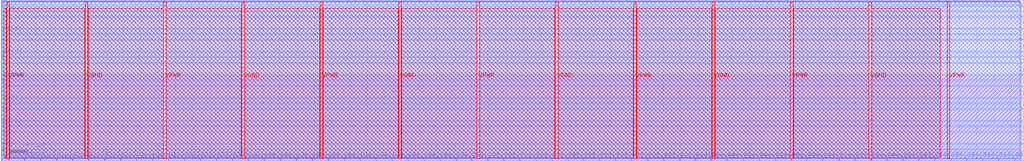
<source format=lef>
VERSION 5.7 ;
  NOWIREEXTENSIONATPIN ON ;
  DIVIDERCHAR "/" ;
  BUSBITCHARS "[]" ;
MACRO RAM32_1RW1R
  CLASS BLOCK ;
  FOREIGN RAM32_1RW1R ;
  ORIGIN 0.000 0.000 ;
  SIZE 1173.460 BY 185.440 ;
  PIN A0[0]
    DIRECTION INPUT ;
    USE SIGNAL ;
    PORT
      LAYER met3 ;
        RECT 1171.460 125.160 1173.460 125.760 ;
    END
  END A0[0]
  PIN A0[1]
    DIRECTION INPUT ;
    USE SIGNAL ;
    PORT
      LAYER met3 ;
        RECT 1171.460 138.760 1173.460 139.360 ;
    END
  END A0[1]
  PIN A0[2]
    DIRECTION INPUT ;
    USE SIGNAL ;
    PORT
      LAYER met3 ;
        RECT 1171.460 151.680 1173.460 152.280 ;
    END
  END A0[2]
  PIN A0[3]
    DIRECTION INPUT ;
    USE SIGNAL ;
    PORT
      LAYER met3 ;
        RECT 1171.460 165.280 1173.460 165.880 ;
    END
  END A0[3]
  PIN A0[4]
    DIRECTION INPUT ;
    USE SIGNAL ;
    PORT
      LAYER met3 ;
        RECT 1171.460 178.200 1173.460 178.800 ;
    END
  END A0[4]
  PIN A1[0]
    DIRECTION INPUT ;
    USE SIGNAL ;
    PORT
      LAYER met3 ;
        RECT 0.000 39.480 2.000 40.080 ;
    END
  END A1[0]
  PIN A1[1]
    DIRECTION INPUT ;
    USE SIGNAL ;
    PORT
      LAYER met3 ;
        RECT 0.000 66.000 2.000 66.600 ;
    END
  END A1[1]
  PIN A1[2]
    DIRECTION INPUT ;
    USE SIGNAL ;
    PORT
      LAYER met3 ;
        RECT 0.000 92.520 2.000 93.120 ;
    END
  END A1[2]
  PIN A1[3]
    DIRECTION INPUT ;
    USE SIGNAL ;
    PORT
      LAYER met3 ;
        RECT 0.000 119.040 2.000 119.640 ;
    END
  END A1[3]
  PIN A1[4]
    DIRECTION INPUT ;
    USE SIGNAL ;
    PORT
      LAYER met3 ;
        RECT 0.000 145.560 2.000 146.160 ;
    END
  END A1[4]
  PIN CLK
    DIRECTION INPUT ;
    USE SIGNAL ;
    PORT
      LAYER met3 ;
        RECT 0.000 12.960 2.000 13.560 ;
    END
  END CLK
  PIN Di0[0]
    DIRECTION INPUT ;
    USE SIGNAL ;
    PORT
      LAYER met2 ;
        RECT 8.830 0.000 9.110 2.000 ;
    END
  END Di0[0]
  PIN Di0[10]
    DIRECTION INPUT ;
    USE SIGNAL ;
    PORT
      LAYER met2 ;
        RECT 191.910 0.000 192.190 2.000 ;
    END
  END Di0[10]
  PIN Di0[11]
    DIRECTION INPUT ;
    USE SIGNAL ;
    PORT
      LAYER met2 ;
        RECT 210.310 0.000 210.590 2.000 ;
    END
  END Di0[11]
  PIN Di0[12]
    DIRECTION INPUT ;
    USE SIGNAL ;
    PORT
      LAYER met2 ;
        RECT 228.710 0.000 228.990 2.000 ;
    END
  END Di0[12]
  PIN Di0[13]
    DIRECTION INPUT ;
    USE SIGNAL ;
    PORT
      LAYER met2 ;
        RECT 247.110 0.000 247.390 2.000 ;
    END
  END Di0[13]
  PIN Di0[14]
    DIRECTION INPUT ;
    USE SIGNAL ;
    PORT
      LAYER met2 ;
        RECT 265.510 0.000 265.790 2.000 ;
    END
  END Di0[14]
  PIN Di0[15]
    DIRECTION INPUT ;
    USE SIGNAL ;
    PORT
      LAYER met2 ;
        RECT 283.450 0.000 283.730 2.000 ;
    END
  END Di0[15]
  PIN Di0[16]
    DIRECTION INPUT ;
    USE SIGNAL ;
    PORT
      LAYER met2 ;
        RECT 301.850 0.000 302.130 2.000 ;
    END
  END Di0[16]
  PIN Di0[17]
    DIRECTION INPUT ;
    USE SIGNAL ;
    PORT
      LAYER met2 ;
        RECT 320.250 0.000 320.530 2.000 ;
    END
  END Di0[17]
  PIN Di0[18]
    DIRECTION INPUT ;
    USE SIGNAL ;
    PORT
      LAYER met2 ;
        RECT 338.650 0.000 338.930 2.000 ;
    END
  END Di0[18]
  PIN Di0[19]
    DIRECTION INPUT ;
    USE SIGNAL ;
    PORT
      LAYER met2 ;
        RECT 357.050 0.000 357.330 2.000 ;
    END
  END Di0[19]
  PIN Di0[1]
    DIRECTION INPUT ;
    USE SIGNAL ;
    PORT
      LAYER met2 ;
        RECT 26.770 0.000 27.050 2.000 ;
    END
  END Di0[1]
  PIN Di0[20]
    DIRECTION INPUT ;
    USE SIGNAL ;
    PORT
      LAYER met2 ;
        RECT 375.450 0.000 375.730 2.000 ;
    END
  END Di0[20]
  PIN Di0[21]
    DIRECTION INPUT ;
    USE SIGNAL ;
    PORT
      LAYER met2 ;
        RECT 393.850 0.000 394.130 2.000 ;
    END
  END Di0[21]
  PIN Di0[22]
    DIRECTION INPUT ;
    USE SIGNAL ;
    PORT
      LAYER met2 ;
        RECT 411.790 0.000 412.070 2.000 ;
    END
  END Di0[22]
  PIN Di0[23]
    DIRECTION INPUT ;
    USE SIGNAL ;
    PORT
      LAYER met2 ;
        RECT 430.190 0.000 430.470 2.000 ;
    END
  END Di0[23]
  PIN Di0[24]
    DIRECTION INPUT ;
    USE SIGNAL ;
    PORT
      LAYER met2 ;
        RECT 448.590 0.000 448.870 2.000 ;
    END
  END Di0[24]
  PIN Di0[25]
    DIRECTION INPUT ;
    USE SIGNAL ;
    PORT
      LAYER met2 ;
        RECT 466.990 0.000 467.270 2.000 ;
    END
  END Di0[25]
  PIN Di0[26]
    DIRECTION INPUT ;
    USE SIGNAL ;
    PORT
      LAYER met2 ;
        RECT 485.390 0.000 485.670 2.000 ;
    END
  END Di0[26]
  PIN Di0[27]
    DIRECTION INPUT ;
    USE SIGNAL ;
    PORT
      LAYER met2 ;
        RECT 503.790 0.000 504.070 2.000 ;
    END
  END Di0[27]
  PIN Di0[28]
    DIRECTION INPUT ;
    USE SIGNAL ;
    PORT
      LAYER met2 ;
        RECT 522.190 0.000 522.470 2.000 ;
    END
  END Di0[28]
  PIN Di0[29]
    DIRECTION INPUT ;
    USE SIGNAL ;
    PORT
      LAYER met2 ;
        RECT 540.130 0.000 540.410 2.000 ;
    END
  END Di0[29]
  PIN Di0[2]
    DIRECTION INPUT ;
    USE SIGNAL ;
    PORT
      LAYER met2 ;
        RECT 45.170 0.000 45.450 2.000 ;
    END
  END Di0[2]
  PIN Di0[30]
    DIRECTION INPUT ;
    USE SIGNAL ;
    PORT
      LAYER met2 ;
        RECT 558.530 0.000 558.810 2.000 ;
    END
  END Di0[30]
  PIN Di0[31]
    DIRECTION INPUT ;
    USE SIGNAL ;
    PORT
      LAYER met2 ;
        RECT 576.930 0.000 577.210 2.000 ;
    END
  END Di0[31]
  PIN Di0[32]
    DIRECTION INPUT ;
    USE SIGNAL ;
    PORT
      LAYER met2 ;
        RECT 595.330 0.000 595.610 2.000 ;
    END
  END Di0[32]
  PIN Di0[33]
    DIRECTION INPUT ;
    USE SIGNAL ;
    PORT
      LAYER met2 ;
        RECT 613.730 0.000 614.010 2.000 ;
    END
  END Di0[33]
  PIN Di0[34]
    DIRECTION INPUT ;
    USE SIGNAL ;
    PORT
      LAYER met2 ;
        RECT 632.130 0.000 632.410 2.000 ;
    END
  END Di0[34]
  PIN Di0[35]
    DIRECTION INPUT ;
    USE SIGNAL ;
    PORT
      LAYER met2 ;
        RECT 650.530 0.000 650.810 2.000 ;
    END
  END Di0[35]
  PIN Di0[36]
    DIRECTION INPUT ;
    USE SIGNAL ;
    PORT
      LAYER met2 ;
        RECT 668.470 0.000 668.750 2.000 ;
    END
  END Di0[36]
  PIN Di0[37]
    DIRECTION INPUT ;
    USE SIGNAL ;
    PORT
      LAYER met2 ;
        RECT 686.870 0.000 687.150 2.000 ;
    END
  END Di0[37]
  PIN Di0[38]
    DIRECTION INPUT ;
    USE SIGNAL ;
    PORT
      LAYER met2 ;
        RECT 705.270 0.000 705.550 2.000 ;
    END
  END Di0[38]
  PIN Di0[39]
    DIRECTION INPUT ;
    USE SIGNAL ;
    PORT
      LAYER met2 ;
        RECT 723.670 0.000 723.950 2.000 ;
    END
  END Di0[39]
  PIN Di0[3]
    DIRECTION INPUT ;
    USE SIGNAL ;
    PORT
      LAYER met2 ;
        RECT 63.570 0.000 63.850 2.000 ;
    END
  END Di0[3]
  PIN Di0[40]
    DIRECTION INPUT ;
    USE SIGNAL ;
    PORT
      LAYER met2 ;
        RECT 742.070 0.000 742.350 2.000 ;
    END
  END Di0[40]
  PIN Di0[41]
    DIRECTION INPUT ;
    USE SIGNAL ;
    PORT
      LAYER met2 ;
        RECT 760.470 0.000 760.750 2.000 ;
    END
  END Di0[41]
  PIN Di0[42]
    DIRECTION INPUT ;
    USE SIGNAL ;
    PORT
      LAYER met2 ;
        RECT 778.870 0.000 779.150 2.000 ;
    END
  END Di0[42]
  PIN Di0[43]
    DIRECTION INPUT ;
    USE SIGNAL ;
    PORT
      LAYER met2 ;
        RECT 796.810 0.000 797.090 2.000 ;
    END
  END Di0[43]
  PIN Di0[44]
    DIRECTION INPUT ;
    USE SIGNAL ;
    PORT
      LAYER met2 ;
        RECT 815.210 0.000 815.490 2.000 ;
    END
  END Di0[44]
  PIN Di0[45]
    DIRECTION INPUT ;
    USE SIGNAL ;
    PORT
      LAYER met2 ;
        RECT 833.610 0.000 833.890 2.000 ;
    END
  END Di0[45]
  PIN Di0[46]
    DIRECTION INPUT ;
    USE SIGNAL ;
    PORT
      LAYER met2 ;
        RECT 852.010 0.000 852.290 2.000 ;
    END
  END Di0[46]
  PIN Di0[47]
    DIRECTION INPUT ;
    USE SIGNAL ;
    PORT
      LAYER met2 ;
        RECT 870.410 0.000 870.690 2.000 ;
    END
  END Di0[47]
  PIN Di0[48]
    DIRECTION INPUT ;
    USE SIGNAL ;
    PORT
      LAYER met2 ;
        RECT 888.810 0.000 889.090 2.000 ;
    END
  END Di0[48]
  PIN Di0[49]
    DIRECTION INPUT ;
    USE SIGNAL ;
    PORT
      LAYER met2 ;
        RECT 907.210 0.000 907.490 2.000 ;
    END
  END Di0[49]
  PIN Di0[4]
    DIRECTION INPUT ;
    USE SIGNAL ;
    PORT
      LAYER met2 ;
        RECT 81.970 0.000 82.250 2.000 ;
    END
  END Di0[4]
  PIN Di0[50]
    DIRECTION INPUT ;
    USE SIGNAL ;
    PORT
      LAYER met2 ;
        RECT 925.150 0.000 925.430 2.000 ;
    END
  END Di0[50]
  PIN Di0[51]
    DIRECTION INPUT ;
    USE SIGNAL ;
    PORT
      LAYER met2 ;
        RECT 943.550 0.000 943.830 2.000 ;
    END
  END Di0[51]
  PIN Di0[52]
    DIRECTION INPUT ;
    USE SIGNAL ;
    PORT
      LAYER met2 ;
        RECT 961.950 0.000 962.230 2.000 ;
    END
  END Di0[52]
  PIN Di0[53]
    DIRECTION INPUT ;
    USE SIGNAL ;
    PORT
      LAYER met2 ;
        RECT 980.350 0.000 980.630 2.000 ;
    END
  END Di0[53]
  PIN Di0[54]
    DIRECTION INPUT ;
    USE SIGNAL ;
    PORT
      LAYER met2 ;
        RECT 998.750 0.000 999.030 2.000 ;
    END
  END Di0[54]
  PIN Di0[55]
    DIRECTION INPUT ;
    USE SIGNAL ;
    PORT
      LAYER met2 ;
        RECT 1017.150 0.000 1017.430 2.000 ;
    END
  END Di0[55]
  PIN Di0[56]
    DIRECTION INPUT ;
    USE SIGNAL ;
    PORT
      LAYER met2 ;
        RECT 1035.550 0.000 1035.830 2.000 ;
    END
  END Di0[56]
  PIN Di0[57]
    DIRECTION INPUT ;
    USE SIGNAL ;
    PORT
      LAYER met2 ;
        RECT 1053.490 0.000 1053.770 2.000 ;
    END
  END Di0[57]
  PIN Di0[58]
    DIRECTION INPUT ;
    USE SIGNAL ;
    PORT
      LAYER met2 ;
        RECT 1071.890 0.000 1072.170 2.000 ;
    END
  END Di0[58]
  PIN Di0[59]
    DIRECTION INPUT ;
    USE SIGNAL ;
    PORT
      LAYER met2 ;
        RECT 1090.290 0.000 1090.570 2.000 ;
    END
  END Di0[59]
  PIN Di0[5]
    DIRECTION INPUT ;
    USE SIGNAL ;
    PORT
      LAYER met2 ;
        RECT 100.370 0.000 100.650 2.000 ;
    END
  END Di0[5]
  PIN Di0[60]
    DIRECTION INPUT ;
    USE SIGNAL ;
    PORT
      LAYER met2 ;
        RECT 1108.690 0.000 1108.970 2.000 ;
    END
  END Di0[60]
  PIN Di0[61]
    DIRECTION INPUT ;
    USE SIGNAL ;
    PORT
      LAYER met2 ;
        RECT 1127.090 0.000 1127.370 2.000 ;
    END
  END Di0[61]
  PIN Di0[62]
    DIRECTION INPUT ;
    USE SIGNAL ;
    PORT
      LAYER met2 ;
        RECT 1145.490 0.000 1145.770 2.000 ;
    END
  END Di0[62]
  PIN Di0[63]
    DIRECTION INPUT ;
    USE SIGNAL ;
    PORT
      LAYER met2 ;
        RECT 1163.890 0.000 1164.170 2.000 ;
    END
  END Di0[63]
  PIN Di0[6]
    DIRECTION INPUT ;
    USE SIGNAL ;
    PORT
      LAYER met2 ;
        RECT 118.770 0.000 119.050 2.000 ;
    END
  END Di0[6]
  PIN Di0[7]
    DIRECTION INPUT ;
    USE SIGNAL ;
    PORT
      LAYER met2 ;
        RECT 137.170 0.000 137.450 2.000 ;
    END
  END Di0[7]
  PIN Di0[8]
    DIRECTION INPUT ;
    USE SIGNAL ;
    PORT
      LAYER met2 ;
        RECT 155.110 0.000 155.390 2.000 ;
    END
  END Di0[8]
  PIN Di0[9]
    DIRECTION INPUT ;
    USE SIGNAL ;
    PORT
      LAYER met2 ;
        RECT 173.510 0.000 173.790 2.000 ;
    END
  END Di0[9]
  PIN Do0[0]
    DIRECTION OUTPUT TRISTATE ;
    USE SIGNAL ;
    PORT
      LAYER met2 ;
        RECT 4.230 183.440 4.510 185.440 ;
    END
  END Do0[0]
  PIN Do0[10]
    DIRECTION OUTPUT TRISTATE ;
    USE SIGNAL ;
    PORT
      LAYER met2 ;
        RECT 95.770 183.440 96.050 185.440 ;
    END
  END Do0[10]
  PIN Do0[11]
    DIRECTION OUTPUT TRISTATE ;
    USE SIGNAL ;
    PORT
      LAYER met2 ;
        RECT 114.170 183.440 114.450 185.440 ;
    END
  END Do0[11]
  PIN Do0[12]
    DIRECTION OUTPUT TRISTATE ;
    USE SIGNAL ;
    PORT
      LAYER met2 ;
        RECT 132.570 183.440 132.850 185.440 ;
    END
  END Do0[12]
  PIN Do0[13]
    DIRECTION OUTPUT TRISTATE ;
    USE SIGNAL ;
    PORT
      LAYER met2 ;
        RECT 150.510 183.440 150.790 185.440 ;
    END
  END Do0[13]
  PIN Do0[14]
    DIRECTION OUTPUT TRISTATE ;
    USE SIGNAL ;
    PORT
      LAYER met2 ;
        RECT 168.910 183.440 169.190 185.440 ;
    END
  END Do0[14]
  PIN Do0[15]
    DIRECTION OUTPUT TRISTATE ;
    USE SIGNAL ;
    PORT
      LAYER met2 ;
        RECT 187.310 183.440 187.590 185.440 ;
    END
  END Do0[15]
  PIN Do0[16]
    DIRECTION OUTPUT TRISTATE ;
    USE SIGNAL ;
    PORT
      LAYER met2 ;
        RECT 205.710 183.440 205.990 185.440 ;
    END
  END Do0[16]
  PIN Do0[17]
    DIRECTION OUTPUT TRISTATE ;
    USE SIGNAL ;
    PORT
      LAYER met2 ;
        RECT 224.110 183.440 224.390 185.440 ;
    END
  END Do0[17]
  PIN Do0[18]
    DIRECTION OUTPUT TRISTATE ;
    USE SIGNAL ;
    PORT
      LAYER met2 ;
        RECT 242.510 183.440 242.790 185.440 ;
    END
  END Do0[18]
  PIN Do0[19]
    DIRECTION OUTPUT TRISTATE ;
    USE SIGNAL ;
    PORT
      LAYER met2 ;
        RECT 260.910 183.440 261.190 185.440 ;
    END
  END Do0[19]
  PIN Do0[1]
    DIRECTION OUTPUT TRISTATE ;
    USE SIGNAL ;
    PORT
      LAYER met2 ;
        RECT 12.970 183.440 13.250 185.440 ;
    END
  END Do0[1]
  PIN Do0[20]
    DIRECTION OUTPUT TRISTATE ;
    USE SIGNAL ;
    PORT
      LAYER met2 ;
        RECT 278.850 183.440 279.130 185.440 ;
    END
  END Do0[20]
  PIN Do0[21]
    DIRECTION OUTPUT TRISTATE ;
    USE SIGNAL ;
    PORT
      LAYER met2 ;
        RECT 288.050 183.440 288.330 185.440 ;
    END
  END Do0[21]
  PIN Do0[22]
    DIRECTION OUTPUT TRISTATE ;
    USE SIGNAL ;
    PORT
      LAYER met2 ;
        RECT 297.250 183.440 297.530 185.440 ;
    END
  END Do0[22]
  PIN Do0[23]
    DIRECTION OUTPUT TRISTATE ;
    USE SIGNAL ;
    PORT
      LAYER met2 ;
        RECT 306.450 183.440 306.730 185.440 ;
    END
  END Do0[23]
  PIN Do0[24]
    DIRECTION OUTPUT TRISTATE ;
    USE SIGNAL ;
    PORT
      LAYER met2 ;
        RECT 315.650 183.440 315.930 185.440 ;
    END
  END Do0[24]
  PIN Do0[25]
    DIRECTION OUTPUT TRISTATE ;
    USE SIGNAL ;
    PORT
      LAYER met2 ;
        RECT 324.850 183.440 325.130 185.440 ;
    END
  END Do0[25]
  PIN Do0[26]
    DIRECTION OUTPUT TRISTATE ;
    USE SIGNAL ;
    PORT
      LAYER met2 ;
        RECT 334.050 183.440 334.330 185.440 ;
    END
  END Do0[26]
  PIN Do0[27]
    DIRECTION OUTPUT TRISTATE ;
    USE SIGNAL ;
    PORT
      LAYER met2 ;
        RECT 343.250 183.440 343.530 185.440 ;
    END
  END Do0[27]
  PIN Do0[28]
    DIRECTION OUTPUT TRISTATE ;
    USE SIGNAL ;
    PORT
      LAYER met2 ;
        RECT 352.450 183.440 352.730 185.440 ;
    END
  END Do0[28]
  PIN Do0[29]
    DIRECTION OUTPUT TRISTATE ;
    USE SIGNAL ;
    PORT
      LAYER met2 ;
        RECT 361.650 183.440 361.930 185.440 ;
    END
  END Do0[29]
  PIN Do0[2]
    DIRECTION OUTPUT TRISTATE ;
    USE SIGNAL ;
    PORT
      LAYER met2 ;
        RECT 22.170 183.440 22.450 185.440 ;
    END
  END Do0[2]
  PIN Do0[30]
    DIRECTION OUTPUT TRISTATE ;
    USE SIGNAL ;
    PORT
      LAYER met2 ;
        RECT 370.850 183.440 371.130 185.440 ;
    END
  END Do0[30]
  PIN Do0[31]
    DIRECTION OUTPUT TRISTATE ;
    USE SIGNAL ;
    PORT
      LAYER met2 ;
        RECT 380.050 183.440 380.330 185.440 ;
    END
  END Do0[31]
  PIN Do0[32]
    DIRECTION OUTPUT TRISTATE ;
    USE SIGNAL ;
    PORT
      LAYER met2 ;
        RECT 389.250 183.440 389.530 185.440 ;
    END
  END Do0[32]
  PIN Do0[33]
    DIRECTION OUTPUT TRISTATE ;
    USE SIGNAL ;
    PORT
      LAYER met2 ;
        RECT 397.990 183.440 398.270 185.440 ;
    END
  END Do0[33]
  PIN Do0[34]
    DIRECTION OUTPUT TRISTATE ;
    USE SIGNAL ;
    PORT
      LAYER met2 ;
        RECT 407.190 183.440 407.470 185.440 ;
    END
  END Do0[34]
  PIN Do0[35]
    DIRECTION OUTPUT TRISTATE ;
    USE SIGNAL ;
    PORT
      LAYER met2 ;
        RECT 416.390 183.440 416.670 185.440 ;
    END
  END Do0[35]
  PIN Do0[36]
    DIRECTION OUTPUT TRISTATE ;
    USE SIGNAL ;
    PORT
      LAYER met2 ;
        RECT 425.590 183.440 425.870 185.440 ;
    END
  END Do0[36]
  PIN Do0[37]
    DIRECTION OUTPUT TRISTATE ;
    USE SIGNAL ;
    PORT
      LAYER met2 ;
        RECT 434.790 183.440 435.070 185.440 ;
    END
  END Do0[37]
  PIN Do0[38]
    DIRECTION OUTPUT TRISTATE ;
    USE SIGNAL ;
    PORT
      LAYER met2 ;
        RECT 443.990 183.440 444.270 185.440 ;
    END
  END Do0[38]
  PIN Do0[39]
    DIRECTION OUTPUT TRISTATE ;
    USE SIGNAL ;
    PORT
      LAYER met2 ;
        RECT 453.190 183.440 453.470 185.440 ;
    END
  END Do0[39]
  PIN Do0[3]
    DIRECTION OUTPUT TRISTATE ;
    USE SIGNAL ;
    PORT
      LAYER met2 ;
        RECT 31.370 183.440 31.650 185.440 ;
    END
  END Do0[3]
  PIN Do0[40]
    DIRECTION OUTPUT TRISTATE ;
    USE SIGNAL ;
    PORT
      LAYER met2 ;
        RECT 462.390 183.440 462.670 185.440 ;
    END
  END Do0[40]
  PIN Do0[41]
    DIRECTION OUTPUT TRISTATE ;
    USE SIGNAL ;
    PORT
      LAYER met2 ;
        RECT 471.590 183.440 471.870 185.440 ;
    END
  END Do0[41]
  PIN Do0[42]
    DIRECTION OUTPUT TRISTATE ;
    USE SIGNAL ;
    PORT
      LAYER met2 ;
        RECT 480.790 183.440 481.070 185.440 ;
    END
  END Do0[42]
  PIN Do0[43]
    DIRECTION OUTPUT TRISTATE ;
    USE SIGNAL ;
    PORT
      LAYER met2 ;
        RECT 489.990 183.440 490.270 185.440 ;
    END
  END Do0[43]
  PIN Do0[44]
    DIRECTION OUTPUT TRISTATE ;
    USE SIGNAL ;
    PORT
      LAYER met2 ;
        RECT 499.190 183.440 499.470 185.440 ;
    END
  END Do0[44]
  PIN Do0[45]
    DIRECTION OUTPUT TRISTATE ;
    USE SIGNAL ;
    PORT
      LAYER met2 ;
        RECT 508.390 183.440 508.670 185.440 ;
    END
  END Do0[45]
  PIN Do0[46]
    DIRECTION OUTPUT TRISTATE ;
    USE SIGNAL ;
    PORT
      LAYER met2 ;
        RECT 517.590 183.440 517.870 185.440 ;
    END
  END Do0[46]
  PIN Do0[47]
    DIRECTION OUTPUT TRISTATE ;
    USE SIGNAL ;
    PORT
      LAYER met2 ;
        RECT 526.330 183.440 526.610 185.440 ;
    END
  END Do0[47]
  PIN Do0[48]
    DIRECTION OUTPUT TRISTATE ;
    USE SIGNAL ;
    PORT
      LAYER met2 ;
        RECT 535.530 183.440 535.810 185.440 ;
    END
  END Do0[48]
  PIN Do0[49]
    DIRECTION OUTPUT TRISTATE ;
    USE SIGNAL ;
    PORT
      LAYER met2 ;
        RECT 544.730 183.440 545.010 185.440 ;
    END
  END Do0[49]
  PIN Do0[4]
    DIRECTION OUTPUT TRISTATE ;
    USE SIGNAL ;
    PORT
      LAYER met2 ;
        RECT 40.570 183.440 40.850 185.440 ;
    END
  END Do0[4]
  PIN Do0[50]
    DIRECTION OUTPUT TRISTATE ;
    USE SIGNAL ;
    PORT
      LAYER met2 ;
        RECT 553.930 183.440 554.210 185.440 ;
    END
  END Do0[50]
  PIN Do0[51]
    DIRECTION OUTPUT TRISTATE ;
    USE SIGNAL ;
    PORT
      LAYER met2 ;
        RECT 563.130 183.440 563.410 185.440 ;
    END
  END Do0[51]
  PIN Do0[52]
    DIRECTION OUTPUT TRISTATE ;
    USE SIGNAL ;
    PORT
      LAYER met2 ;
        RECT 572.330 183.440 572.610 185.440 ;
    END
  END Do0[52]
  PIN Do0[53]
    DIRECTION OUTPUT TRISTATE ;
    USE SIGNAL ;
    PORT
      LAYER met2 ;
        RECT 581.530 183.440 581.810 185.440 ;
    END
  END Do0[53]
  PIN Do0[54]
    DIRECTION OUTPUT TRISTATE ;
    USE SIGNAL ;
    PORT
      LAYER met2 ;
        RECT 590.730 183.440 591.010 185.440 ;
    END
  END Do0[54]
  PIN Do0[55]
    DIRECTION OUTPUT TRISTATE ;
    USE SIGNAL ;
    PORT
      LAYER met2 ;
        RECT 599.930 183.440 600.210 185.440 ;
    END
  END Do0[55]
  PIN Do0[56]
    DIRECTION OUTPUT TRISTATE ;
    USE SIGNAL ;
    PORT
      LAYER met2 ;
        RECT 609.130 183.440 609.410 185.440 ;
    END
  END Do0[56]
  PIN Do0[57]
    DIRECTION OUTPUT TRISTATE ;
    USE SIGNAL ;
    PORT
      LAYER met2 ;
        RECT 618.330 183.440 618.610 185.440 ;
    END
  END Do0[57]
  PIN Do0[58]
    DIRECTION OUTPUT TRISTATE ;
    USE SIGNAL ;
    PORT
      LAYER met2 ;
        RECT 627.530 183.440 627.810 185.440 ;
    END
  END Do0[58]
  PIN Do0[59]
    DIRECTION OUTPUT TRISTATE ;
    USE SIGNAL ;
    PORT
      LAYER met2 ;
        RECT 636.730 183.440 637.010 185.440 ;
    END
  END Do0[59]
  PIN Do0[5]
    DIRECTION OUTPUT TRISTATE ;
    USE SIGNAL ;
    PORT
      LAYER met2 ;
        RECT 49.770 183.440 50.050 185.440 ;
    END
  END Do0[5]
  PIN Do0[60]
    DIRECTION OUTPUT TRISTATE ;
    USE SIGNAL ;
    PORT
      LAYER met2 ;
        RECT 645.930 183.440 646.210 185.440 ;
    END
  END Do0[60]
  PIN Do0[61]
    DIRECTION OUTPUT TRISTATE ;
    USE SIGNAL ;
    PORT
      LAYER met2 ;
        RECT 655.130 183.440 655.410 185.440 ;
    END
  END Do0[61]
  PIN Do0[62]
    DIRECTION OUTPUT TRISTATE ;
    USE SIGNAL ;
    PORT
      LAYER met2 ;
        RECT 663.870 183.440 664.150 185.440 ;
    END
  END Do0[62]
  PIN Do0[63]
    DIRECTION OUTPUT TRISTATE ;
    USE SIGNAL ;
    PORT
      LAYER met2 ;
        RECT 673.070 183.440 673.350 185.440 ;
    END
  END Do0[63]
  PIN Do0[6]
    DIRECTION OUTPUT TRISTATE ;
    USE SIGNAL ;
    PORT
      LAYER met2 ;
        RECT 58.970 183.440 59.250 185.440 ;
    END
  END Do0[6]
  PIN Do0[7]
    DIRECTION OUTPUT TRISTATE ;
    USE SIGNAL ;
    PORT
      LAYER met2 ;
        RECT 68.170 183.440 68.450 185.440 ;
    END
  END Do0[7]
  PIN Do0[8]
    DIRECTION OUTPUT TRISTATE ;
    USE SIGNAL ;
    PORT
      LAYER met2 ;
        RECT 77.370 183.440 77.650 185.440 ;
    END
  END Do0[8]
  PIN Do0[9]
    DIRECTION OUTPUT TRISTATE ;
    USE SIGNAL ;
    PORT
      LAYER met2 ;
        RECT 86.570 183.440 86.850 185.440 ;
    END
  END Do0[9]
  PIN Do1[0]
    DIRECTION OUTPUT TRISTATE ;
    USE SIGNAL ;
    PORT
      LAYER met2 ;
        RECT 104.970 183.440 105.250 185.440 ;
    END
  END Do1[0]
  PIN Do1[10]
    DIRECTION OUTPUT TRISTATE ;
    USE SIGNAL ;
    PORT
      LAYER met2 ;
        RECT 682.270 183.440 682.550 185.440 ;
    END
  END Do1[10]
  PIN Do1[11]
    DIRECTION OUTPUT TRISTATE ;
    USE SIGNAL ;
    PORT
      LAYER met2 ;
        RECT 691.470 183.440 691.750 185.440 ;
    END
  END Do1[11]
  PIN Do1[12]
    DIRECTION OUTPUT TRISTATE ;
    USE SIGNAL ;
    PORT
      LAYER met2 ;
        RECT 700.670 183.440 700.950 185.440 ;
    END
  END Do1[12]
  PIN Do1[13]
    DIRECTION OUTPUT TRISTATE ;
    USE SIGNAL ;
    PORT
      LAYER met2 ;
        RECT 709.870 183.440 710.150 185.440 ;
    END
  END Do1[13]
  PIN Do1[14]
    DIRECTION OUTPUT TRISTATE ;
    USE SIGNAL ;
    PORT
      LAYER met2 ;
        RECT 719.070 183.440 719.350 185.440 ;
    END
  END Do1[14]
  PIN Do1[15]
    DIRECTION OUTPUT TRISTATE ;
    USE SIGNAL ;
    PORT
      LAYER met2 ;
        RECT 728.270 183.440 728.550 185.440 ;
    END
  END Do1[15]
  PIN Do1[16]
    DIRECTION OUTPUT TRISTATE ;
    USE SIGNAL ;
    PORT
      LAYER met2 ;
        RECT 737.470 183.440 737.750 185.440 ;
    END
  END Do1[16]
  PIN Do1[17]
    DIRECTION OUTPUT TRISTATE ;
    USE SIGNAL ;
    PORT
      LAYER met2 ;
        RECT 746.670 183.440 746.950 185.440 ;
    END
  END Do1[17]
  PIN Do1[18]
    DIRECTION OUTPUT TRISTATE ;
    USE SIGNAL ;
    PORT
      LAYER met2 ;
        RECT 755.870 183.440 756.150 185.440 ;
    END
  END Do1[18]
  PIN Do1[19]
    DIRECTION OUTPUT TRISTATE ;
    USE SIGNAL ;
    PORT
      LAYER met2 ;
        RECT 765.070 183.440 765.350 185.440 ;
    END
  END Do1[19]
  PIN Do1[1]
    DIRECTION OUTPUT TRISTATE ;
    USE SIGNAL ;
    PORT
      LAYER met2 ;
        RECT 123.370 183.440 123.650 185.440 ;
    END
  END Do1[1]
  PIN Do1[20]
    DIRECTION OUTPUT TRISTATE ;
    USE SIGNAL ;
    PORT
      LAYER met2 ;
        RECT 774.270 183.440 774.550 185.440 ;
    END
  END Do1[20]
  PIN Do1[21]
    DIRECTION OUTPUT TRISTATE ;
    USE SIGNAL ;
    PORT
      LAYER met2 ;
        RECT 783.470 183.440 783.750 185.440 ;
    END
  END Do1[21]
  PIN Do1[22]
    DIRECTION OUTPUT TRISTATE ;
    USE SIGNAL ;
    PORT
      LAYER met2 ;
        RECT 792.210 183.440 792.490 185.440 ;
    END
  END Do1[22]
  PIN Do1[23]
    DIRECTION OUTPUT TRISTATE ;
    USE SIGNAL ;
    PORT
      LAYER met2 ;
        RECT 801.410 183.440 801.690 185.440 ;
    END
  END Do1[23]
  PIN Do1[24]
    DIRECTION OUTPUT TRISTATE ;
    USE SIGNAL ;
    PORT
      LAYER met2 ;
        RECT 810.610 183.440 810.890 185.440 ;
    END
  END Do1[24]
  PIN Do1[25]
    DIRECTION OUTPUT TRISTATE ;
    USE SIGNAL ;
    PORT
      LAYER met2 ;
        RECT 819.810 183.440 820.090 185.440 ;
    END
  END Do1[25]
  PIN Do1[26]
    DIRECTION OUTPUT TRISTATE ;
    USE SIGNAL ;
    PORT
      LAYER met2 ;
        RECT 829.010 183.440 829.290 185.440 ;
    END
  END Do1[26]
  PIN Do1[27]
    DIRECTION OUTPUT TRISTATE ;
    USE SIGNAL ;
    PORT
      LAYER met2 ;
        RECT 838.210 183.440 838.490 185.440 ;
    END
  END Do1[27]
  PIN Do1[28]
    DIRECTION OUTPUT TRISTATE ;
    USE SIGNAL ;
    PORT
      LAYER met2 ;
        RECT 847.410 183.440 847.690 185.440 ;
    END
  END Do1[28]
  PIN Do1[29]
    DIRECTION OUTPUT TRISTATE ;
    USE SIGNAL ;
    PORT
      LAYER met2 ;
        RECT 856.610 183.440 856.890 185.440 ;
    END
  END Do1[29]
  PIN Do1[2]
    DIRECTION OUTPUT TRISTATE ;
    USE SIGNAL ;
    PORT
      LAYER met2 ;
        RECT 141.310 183.440 141.590 185.440 ;
    END
  END Do1[2]
  PIN Do1[30]
    DIRECTION OUTPUT TRISTATE ;
    USE SIGNAL ;
    PORT
      LAYER met2 ;
        RECT 865.810 183.440 866.090 185.440 ;
    END
  END Do1[30]
  PIN Do1[31]
    DIRECTION OUTPUT TRISTATE ;
    USE SIGNAL ;
    PORT
      LAYER met2 ;
        RECT 875.010 183.440 875.290 185.440 ;
    END
  END Do1[31]
  PIN Do1[32]
    DIRECTION OUTPUT TRISTATE ;
    USE SIGNAL ;
    PORT
      LAYER met2 ;
        RECT 884.210 183.440 884.490 185.440 ;
    END
  END Do1[32]
  PIN Do1[33]
    DIRECTION OUTPUT TRISTATE ;
    USE SIGNAL ;
    PORT
      LAYER met2 ;
        RECT 893.410 183.440 893.690 185.440 ;
    END
  END Do1[33]
  PIN Do1[34]
    DIRECTION OUTPUT TRISTATE ;
    USE SIGNAL ;
    PORT
      LAYER met2 ;
        RECT 902.610 183.440 902.890 185.440 ;
    END
  END Do1[34]
  PIN Do1[35]
    DIRECTION OUTPUT TRISTATE ;
    USE SIGNAL ;
    PORT
      LAYER met2 ;
        RECT 911.810 183.440 912.090 185.440 ;
    END
  END Do1[35]
  PIN Do1[36]
    DIRECTION OUTPUT TRISTATE ;
    USE SIGNAL ;
    PORT
      LAYER met2 ;
        RECT 920.550 183.440 920.830 185.440 ;
    END
  END Do1[36]
  PIN Do1[37]
    DIRECTION OUTPUT TRISTATE ;
    USE SIGNAL ;
    PORT
      LAYER met2 ;
        RECT 929.750 183.440 930.030 185.440 ;
    END
  END Do1[37]
  PIN Do1[38]
    DIRECTION OUTPUT TRISTATE ;
    USE SIGNAL ;
    PORT
      LAYER met2 ;
        RECT 938.950 183.440 939.230 185.440 ;
    END
  END Do1[38]
  PIN Do1[39]
    DIRECTION OUTPUT TRISTATE ;
    USE SIGNAL ;
    PORT
      LAYER met2 ;
        RECT 948.150 183.440 948.430 185.440 ;
    END
  END Do1[39]
  PIN Do1[3]
    DIRECTION OUTPUT TRISTATE ;
    USE SIGNAL ;
    PORT
      LAYER met2 ;
        RECT 159.710 183.440 159.990 185.440 ;
    END
  END Do1[3]
  PIN Do1[40]
    DIRECTION OUTPUT TRISTATE ;
    USE SIGNAL ;
    PORT
      LAYER met2 ;
        RECT 957.350 183.440 957.630 185.440 ;
    END
  END Do1[40]
  PIN Do1[41]
    DIRECTION OUTPUT TRISTATE ;
    USE SIGNAL ;
    PORT
      LAYER met2 ;
        RECT 966.550 183.440 966.830 185.440 ;
    END
  END Do1[41]
  PIN Do1[42]
    DIRECTION OUTPUT TRISTATE ;
    USE SIGNAL ;
    PORT
      LAYER met2 ;
        RECT 975.750 183.440 976.030 185.440 ;
    END
  END Do1[42]
  PIN Do1[43]
    DIRECTION OUTPUT TRISTATE ;
    USE SIGNAL ;
    PORT
      LAYER met2 ;
        RECT 984.950 183.440 985.230 185.440 ;
    END
  END Do1[43]
  PIN Do1[44]
    DIRECTION OUTPUT TRISTATE ;
    USE SIGNAL ;
    PORT
      LAYER met2 ;
        RECT 994.150 183.440 994.430 185.440 ;
    END
  END Do1[44]
  PIN Do1[45]
    DIRECTION OUTPUT TRISTATE ;
    USE SIGNAL ;
    PORT
      LAYER met2 ;
        RECT 1003.350 183.440 1003.630 185.440 ;
    END
  END Do1[45]
  PIN Do1[46]
    DIRECTION OUTPUT TRISTATE ;
    USE SIGNAL ;
    PORT
      LAYER met2 ;
        RECT 1012.550 183.440 1012.830 185.440 ;
    END
  END Do1[46]
  PIN Do1[47]
    DIRECTION OUTPUT TRISTATE ;
    USE SIGNAL ;
    PORT
      LAYER met2 ;
        RECT 1021.750 183.440 1022.030 185.440 ;
    END
  END Do1[47]
  PIN Do1[48]
    DIRECTION OUTPUT TRISTATE ;
    USE SIGNAL ;
    PORT
      LAYER met2 ;
        RECT 1030.950 183.440 1031.230 185.440 ;
    END
  END Do1[48]
  PIN Do1[49]
    DIRECTION OUTPUT TRISTATE ;
    USE SIGNAL ;
    PORT
      LAYER met2 ;
        RECT 1040.150 183.440 1040.430 185.440 ;
    END
  END Do1[49]
  PIN Do1[4]
    DIRECTION OUTPUT TRISTATE ;
    USE SIGNAL ;
    PORT
      LAYER met2 ;
        RECT 178.110 183.440 178.390 185.440 ;
    END
  END Do1[4]
  PIN Do1[50]
    DIRECTION OUTPUT TRISTATE ;
    USE SIGNAL ;
    PORT
      LAYER met2 ;
        RECT 1048.890 183.440 1049.170 185.440 ;
    END
  END Do1[50]
  PIN Do1[51]
    DIRECTION OUTPUT TRISTATE ;
    USE SIGNAL ;
    PORT
      LAYER met2 ;
        RECT 1058.090 183.440 1058.370 185.440 ;
    END
  END Do1[51]
  PIN Do1[52]
    DIRECTION OUTPUT TRISTATE ;
    USE SIGNAL ;
    PORT
      LAYER met2 ;
        RECT 1067.290 183.440 1067.570 185.440 ;
    END
  END Do1[52]
  PIN Do1[53]
    DIRECTION OUTPUT TRISTATE ;
    USE SIGNAL ;
    PORT
      LAYER met2 ;
        RECT 1076.490 183.440 1076.770 185.440 ;
    END
  END Do1[53]
  PIN Do1[54]
    DIRECTION OUTPUT TRISTATE ;
    USE SIGNAL ;
    PORT
      LAYER met2 ;
        RECT 1085.690 183.440 1085.970 185.440 ;
    END
  END Do1[54]
  PIN Do1[55]
    DIRECTION OUTPUT TRISTATE ;
    USE SIGNAL ;
    PORT
      LAYER met2 ;
        RECT 1094.890 183.440 1095.170 185.440 ;
    END
  END Do1[55]
  PIN Do1[56]
    DIRECTION OUTPUT TRISTATE ;
    USE SIGNAL ;
    PORT
      LAYER met2 ;
        RECT 1104.090 183.440 1104.370 185.440 ;
    END
  END Do1[56]
  PIN Do1[57]
    DIRECTION OUTPUT TRISTATE ;
    USE SIGNAL ;
    PORT
      LAYER met2 ;
        RECT 1113.290 183.440 1113.570 185.440 ;
    END
  END Do1[57]
  PIN Do1[58]
    DIRECTION OUTPUT TRISTATE ;
    USE SIGNAL ;
    PORT
      LAYER met2 ;
        RECT 1122.490 183.440 1122.770 185.440 ;
    END
  END Do1[58]
  PIN Do1[59]
    DIRECTION OUTPUT TRISTATE ;
    USE SIGNAL ;
    PORT
      LAYER met2 ;
        RECT 1131.690 183.440 1131.970 185.440 ;
    END
  END Do1[59]
  PIN Do1[5]
    DIRECTION OUTPUT TRISTATE ;
    USE SIGNAL ;
    PORT
      LAYER met2 ;
        RECT 196.510 183.440 196.790 185.440 ;
    END
  END Do1[5]
  PIN Do1[60]
    DIRECTION OUTPUT TRISTATE ;
    USE SIGNAL ;
    PORT
      LAYER met2 ;
        RECT 1140.890 183.440 1141.170 185.440 ;
    END
  END Do1[60]
  PIN Do1[61]
    DIRECTION OUTPUT TRISTATE ;
    USE SIGNAL ;
    PORT
      LAYER met2 ;
        RECT 1150.090 183.440 1150.370 185.440 ;
    END
  END Do1[61]
  PIN Do1[62]
    DIRECTION OUTPUT TRISTATE ;
    USE SIGNAL ;
    PORT
      LAYER met2 ;
        RECT 1159.290 183.440 1159.570 185.440 ;
    END
  END Do1[62]
  PIN Do1[63]
    DIRECTION OUTPUT TRISTATE ;
    USE SIGNAL ;
    PORT
      LAYER met2 ;
        RECT 1168.490 183.440 1168.770 185.440 ;
    END
  END Do1[63]
  PIN Do1[6]
    DIRECTION OUTPUT TRISTATE ;
    USE SIGNAL ;
    PORT
      LAYER met2 ;
        RECT 214.910 183.440 215.190 185.440 ;
    END
  END Do1[6]
  PIN Do1[7]
    DIRECTION OUTPUT TRISTATE ;
    USE SIGNAL ;
    PORT
      LAYER met2 ;
        RECT 233.310 183.440 233.590 185.440 ;
    END
  END Do1[7]
  PIN Do1[8]
    DIRECTION OUTPUT TRISTATE ;
    USE SIGNAL ;
    PORT
      LAYER met2 ;
        RECT 251.710 183.440 251.990 185.440 ;
    END
  END Do1[8]
  PIN Do1[9]
    DIRECTION OUTPUT TRISTATE ;
    USE SIGNAL ;
    PORT
      LAYER met2 ;
        RECT 269.650 183.440 269.930 185.440 ;
    END
  END Do1[9]
  PIN EN0
    DIRECTION INPUT ;
    USE SIGNAL ;
    PORT
      LAYER met3 ;
        RECT 1171.460 6.160 1173.460 6.760 ;
    END
  END EN0
  PIN EN1
    DIRECTION INPUT ;
    USE SIGNAL ;
    PORT
      LAYER met3 ;
        RECT 0.000 172.080 2.000 172.680 ;
    END
  END EN1
  PIN VGND
    DIRECTION INPUT ;
    USE GROUND ;
    PORT
      LAYER met4 ;
        RECT 96.210 2.480 99.310 182.480 ;
    END
    PORT
      LAYER met4 ;
        RECT 276.210 2.480 279.310 182.480 ;
    END
    PORT
      LAYER met4 ;
        RECT 456.210 2.480 459.310 182.480 ;
    END
    PORT
      LAYER met4 ;
        RECT 636.210 2.480 639.310 182.480 ;
    END
    PORT
      LAYER met4 ;
        RECT 816.210 2.480 819.310 182.480 ;
    END
    PORT
      LAYER met4 ;
        RECT 996.210 2.480 999.310 182.480 ;
    END
  END VGND
  PIN VPWR
    DIRECTION INPUT ;
    USE POWER ;
    PORT
      LAYER met4 ;
        RECT 6.210 2.480 9.310 182.480 ;
    END
    PORT
      LAYER met4 ;
        RECT 186.210 2.480 189.310 182.480 ;
    END
    PORT
      LAYER met4 ;
        RECT 366.210 2.480 369.310 182.480 ;
    END
    PORT
      LAYER met4 ;
        RECT 546.210 2.480 549.310 182.480 ;
    END
    PORT
      LAYER met4 ;
        RECT 726.210 2.480 729.310 182.480 ;
    END
    PORT
      LAYER met4 ;
        RECT 906.210 2.480 909.310 182.480 ;
    END
    PORT
      LAYER met4 ;
        RECT 1086.210 2.480 1089.310 182.480 ;
    END
  END VPWR
  PIN WE0[0]
    DIRECTION INPUT ;
    USE SIGNAL ;
    PORT
      LAYER met3 ;
        RECT 1171.460 19.080 1173.460 19.680 ;
    END
  END WE0[0]
  PIN WE0[1]
    DIRECTION INPUT ;
    USE SIGNAL ;
    PORT
      LAYER met3 ;
        RECT 1171.460 32.680 1173.460 33.280 ;
    END
  END WE0[1]
  PIN WE0[2]
    DIRECTION INPUT ;
    USE SIGNAL ;
    PORT
      LAYER met3 ;
        RECT 1171.460 45.600 1173.460 46.200 ;
    END
  END WE0[2]
  PIN WE0[3]
    DIRECTION INPUT ;
    USE SIGNAL ;
    PORT
      LAYER met3 ;
        RECT 1171.460 59.200 1173.460 59.800 ;
    END
  END WE0[3]
  PIN WE0[4]
    DIRECTION INPUT ;
    USE SIGNAL ;
    PORT
      LAYER met3 ;
        RECT 1171.460 72.120 1173.460 72.720 ;
    END
  END WE0[4]
  PIN WE0[5]
    DIRECTION INPUT ;
    USE SIGNAL ;
    PORT
      LAYER met3 ;
        RECT 1171.460 85.720 1173.460 86.320 ;
    END
  END WE0[5]
  PIN WE0[6]
    DIRECTION INPUT ;
    USE SIGNAL ;
    PORT
      LAYER met3 ;
        RECT 1171.460 98.640 1173.460 99.240 ;
    END
  END WE0[6]
  PIN WE0[7]
    DIRECTION INPUT ;
    USE SIGNAL ;
    PORT
      LAYER met3 ;
        RECT 1171.460 112.240 1173.460 112.840 ;
    END
  END WE0[7]
  OBS
      LAYER li1 ;
        RECT 2.760 2.635 1170.700 98.005 ;
      LAYER met1 ;
        RECT 0.530 0.040 1170.700 183.560 ;
      LAYER met2 ;
        RECT 0.560 183.160 3.950 184.010 ;
        RECT 4.790 183.160 12.690 184.010 ;
        RECT 13.530 183.160 21.890 184.010 ;
        RECT 22.730 183.160 31.090 184.010 ;
        RECT 31.930 183.160 40.290 184.010 ;
        RECT 41.130 183.160 49.490 184.010 ;
        RECT 50.330 183.160 58.690 184.010 ;
        RECT 59.530 183.160 67.890 184.010 ;
        RECT 68.730 183.160 77.090 184.010 ;
        RECT 77.930 183.160 86.290 184.010 ;
        RECT 87.130 183.160 95.490 184.010 ;
        RECT 96.330 183.160 104.690 184.010 ;
        RECT 105.530 183.160 113.890 184.010 ;
        RECT 114.730 183.160 123.090 184.010 ;
        RECT 123.930 183.160 132.290 184.010 ;
        RECT 133.130 183.160 141.030 184.010 ;
        RECT 141.870 183.160 150.230 184.010 ;
        RECT 151.070 183.160 159.430 184.010 ;
        RECT 160.270 183.160 168.630 184.010 ;
        RECT 169.470 183.160 177.830 184.010 ;
        RECT 178.670 183.160 187.030 184.010 ;
        RECT 187.870 183.160 196.230 184.010 ;
        RECT 197.070 183.160 205.430 184.010 ;
        RECT 206.270 183.160 214.630 184.010 ;
        RECT 215.470 183.160 223.830 184.010 ;
        RECT 224.670 183.160 233.030 184.010 ;
        RECT 233.870 183.160 242.230 184.010 ;
        RECT 243.070 183.160 251.430 184.010 ;
        RECT 252.270 183.160 260.630 184.010 ;
        RECT 261.470 183.160 269.370 184.010 ;
        RECT 270.210 183.160 278.570 184.010 ;
        RECT 279.410 183.160 287.770 184.010 ;
        RECT 288.610 183.160 296.970 184.010 ;
        RECT 297.810 183.160 306.170 184.010 ;
        RECT 307.010 183.160 315.370 184.010 ;
        RECT 316.210 183.160 324.570 184.010 ;
        RECT 325.410 183.160 333.770 184.010 ;
        RECT 334.610 183.160 342.970 184.010 ;
        RECT 343.810 183.160 352.170 184.010 ;
        RECT 353.010 183.160 361.370 184.010 ;
        RECT 362.210 183.160 370.570 184.010 ;
        RECT 371.410 183.160 379.770 184.010 ;
        RECT 380.610 183.160 388.970 184.010 ;
        RECT 389.810 183.160 397.710 184.010 ;
        RECT 398.550 183.160 406.910 184.010 ;
        RECT 407.750 183.160 416.110 184.010 ;
        RECT 416.950 183.160 425.310 184.010 ;
        RECT 426.150 183.160 434.510 184.010 ;
        RECT 435.350 183.160 443.710 184.010 ;
        RECT 444.550 183.160 452.910 184.010 ;
        RECT 453.750 183.160 462.110 184.010 ;
        RECT 462.950 183.160 471.310 184.010 ;
        RECT 472.150 183.160 480.510 184.010 ;
        RECT 481.350 183.160 489.710 184.010 ;
        RECT 490.550 183.160 498.910 184.010 ;
        RECT 499.750 183.160 508.110 184.010 ;
        RECT 508.950 183.160 517.310 184.010 ;
        RECT 518.150 183.160 526.050 184.010 ;
        RECT 526.890 183.160 535.250 184.010 ;
        RECT 536.090 183.160 544.450 184.010 ;
        RECT 545.290 183.160 553.650 184.010 ;
        RECT 554.490 183.160 562.850 184.010 ;
        RECT 563.690 183.160 572.050 184.010 ;
        RECT 572.890 183.160 581.250 184.010 ;
        RECT 582.090 183.160 590.450 184.010 ;
        RECT 591.290 183.160 599.650 184.010 ;
        RECT 600.490 183.160 608.850 184.010 ;
        RECT 609.690 183.160 618.050 184.010 ;
        RECT 618.890 183.160 627.250 184.010 ;
        RECT 628.090 183.160 636.450 184.010 ;
        RECT 637.290 183.160 645.650 184.010 ;
        RECT 646.490 183.160 654.850 184.010 ;
        RECT 655.690 183.160 663.590 184.010 ;
        RECT 664.430 183.160 672.790 184.010 ;
        RECT 673.630 183.160 681.990 184.010 ;
        RECT 682.830 183.160 691.190 184.010 ;
        RECT 692.030 183.160 700.390 184.010 ;
        RECT 701.230 183.160 709.590 184.010 ;
        RECT 710.430 183.160 718.790 184.010 ;
        RECT 719.630 183.160 727.990 184.010 ;
        RECT 728.830 183.160 737.190 184.010 ;
        RECT 738.030 183.160 746.390 184.010 ;
        RECT 747.230 183.160 755.590 184.010 ;
        RECT 756.430 183.160 764.790 184.010 ;
        RECT 765.630 183.160 773.990 184.010 ;
        RECT 774.830 183.160 783.190 184.010 ;
        RECT 784.030 183.160 791.930 184.010 ;
        RECT 792.770 183.160 801.130 184.010 ;
        RECT 801.970 183.160 810.330 184.010 ;
        RECT 811.170 183.160 819.530 184.010 ;
        RECT 820.370 183.160 828.730 184.010 ;
        RECT 829.570 183.160 837.930 184.010 ;
        RECT 838.770 183.160 847.130 184.010 ;
        RECT 847.970 183.160 856.330 184.010 ;
        RECT 857.170 183.160 865.530 184.010 ;
        RECT 866.370 183.160 874.730 184.010 ;
        RECT 875.570 183.160 883.930 184.010 ;
        RECT 884.770 183.160 893.130 184.010 ;
        RECT 893.970 183.160 902.330 184.010 ;
        RECT 903.170 183.160 911.530 184.010 ;
        RECT 912.370 183.160 920.270 184.010 ;
        RECT 921.110 183.160 929.470 184.010 ;
        RECT 930.310 183.160 938.670 184.010 ;
        RECT 939.510 183.160 947.870 184.010 ;
        RECT 948.710 183.160 957.070 184.010 ;
        RECT 957.910 183.160 966.270 184.010 ;
        RECT 967.110 183.160 975.470 184.010 ;
        RECT 976.310 183.160 984.670 184.010 ;
        RECT 985.510 183.160 993.870 184.010 ;
        RECT 994.710 183.160 1003.070 184.010 ;
        RECT 1003.910 183.160 1012.270 184.010 ;
        RECT 1013.110 183.160 1021.470 184.010 ;
        RECT 1022.310 183.160 1030.670 184.010 ;
        RECT 1031.510 183.160 1039.870 184.010 ;
        RECT 1040.710 183.160 1048.610 184.010 ;
        RECT 1049.450 183.160 1057.810 184.010 ;
        RECT 1058.650 183.160 1067.010 184.010 ;
        RECT 1067.850 183.160 1076.210 184.010 ;
        RECT 1077.050 183.160 1085.410 184.010 ;
        RECT 1086.250 183.160 1094.610 184.010 ;
        RECT 1095.450 183.160 1103.810 184.010 ;
        RECT 1104.650 183.160 1113.010 184.010 ;
        RECT 1113.850 183.160 1122.210 184.010 ;
        RECT 1123.050 183.160 1131.410 184.010 ;
        RECT 1132.250 183.160 1140.610 184.010 ;
        RECT 1141.450 183.160 1149.810 184.010 ;
        RECT 1150.650 183.160 1159.010 184.010 ;
        RECT 1159.850 183.160 1168.210 184.010 ;
        RECT 1169.050 183.160 1169.680 184.010 ;
        RECT 0.560 2.280 1169.680 183.160 ;
        RECT 0.560 0.010 8.550 2.280 ;
        RECT 9.390 0.010 26.490 2.280 ;
        RECT 27.330 0.010 44.890 2.280 ;
        RECT 45.730 0.010 63.290 2.280 ;
        RECT 64.130 0.010 81.690 2.280 ;
        RECT 82.530 0.010 100.090 2.280 ;
        RECT 100.930 0.010 118.490 2.280 ;
        RECT 119.330 0.010 136.890 2.280 ;
        RECT 137.730 0.010 154.830 2.280 ;
        RECT 155.670 0.010 173.230 2.280 ;
        RECT 174.070 0.010 191.630 2.280 ;
        RECT 192.470 0.010 210.030 2.280 ;
        RECT 210.870 0.010 228.430 2.280 ;
        RECT 229.270 0.010 246.830 2.280 ;
        RECT 247.670 0.010 265.230 2.280 ;
        RECT 266.070 0.010 283.170 2.280 ;
        RECT 284.010 0.010 301.570 2.280 ;
        RECT 302.410 0.010 319.970 2.280 ;
        RECT 320.810 0.010 338.370 2.280 ;
        RECT 339.210 0.010 356.770 2.280 ;
        RECT 357.610 0.010 375.170 2.280 ;
        RECT 376.010 0.010 393.570 2.280 ;
        RECT 394.410 0.010 411.510 2.280 ;
        RECT 412.350 0.010 429.910 2.280 ;
        RECT 430.750 0.010 448.310 2.280 ;
        RECT 449.150 0.010 466.710 2.280 ;
        RECT 467.550 0.010 485.110 2.280 ;
        RECT 485.950 0.010 503.510 2.280 ;
        RECT 504.350 0.010 521.910 2.280 ;
        RECT 522.750 0.010 539.850 2.280 ;
        RECT 540.690 0.010 558.250 2.280 ;
        RECT 559.090 0.010 576.650 2.280 ;
        RECT 577.490 0.010 595.050 2.280 ;
        RECT 595.890 0.010 613.450 2.280 ;
        RECT 614.290 0.010 631.850 2.280 ;
        RECT 632.690 0.010 650.250 2.280 ;
        RECT 651.090 0.010 668.190 2.280 ;
        RECT 669.030 0.010 686.590 2.280 ;
        RECT 687.430 0.010 704.990 2.280 ;
        RECT 705.830 0.010 723.390 2.280 ;
        RECT 724.230 0.010 741.790 2.280 ;
        RECT 742.630 0.010 760.190 2.280 ;
        RECT 761.030 0.010 778.590 2.280 ;
        RECT 779.430 0.010 796.530 2.280 ;
        RECT 797.370 0.010 814.930 2.280 ;
        RECT 815.770 0.010 833.330 2.280 ;
        RECT 834.170 0.010 851.730 2.280 ;
        RECT 852.570 0.010 870.130 2.280 ;
        RECT 870.970 0.010 888.530 2.280 ;
        RECT 889.370 0.010 906.930 2.280 ;
        RECT 907.770 0.010 924.870 2.280 ;
        RECT 925.710 0.010 943.270 2.280 ;
        RECT 944.110 0.010 961.670 2.280 ;
        RECT 962.510 0.010 980.070 2.280 ;
        RECT 980.910 0.010 998.470 2.280 ;
        RECT 999.310 0.010 1016.870 2.280 ;
        RECT 1017.710 0.010 1035.270 2.280 ;
        RECT 1036.110 0.010 1053.210 2.280 ;
        RECT 1054.050 0.010 1071.610 2.280 ;
        RECT 1072.450 0.010 1090.010 2.280 ;
        RECT 1090.850 0.010 1108.410 2.280 ;
        RECT 1109.250 0.010 1126.810 2.280 ;
        RECT 1127.650 0.010 1145.210 2.280 ;
        RECT 1146.050 0.010 1163.610 2.280 ;
        RECT 1164.450 0.010 1169.680 2.280 ;
      LAYER met3 ;
        RECT 0.985 179.200 1171.460 182.405 ;
        RECT 0.985 177.800 1171.060 179.200 ;
        RECT 0.985 173.080 1171.460 177.800 ;
        RECT 2.400 171.680 1171.460 173.080 ;
        RECT 0.985 166.280 1171.460 171.680 ;
        RECT 0.985 164.880 1171.060 166.280 ;
        RECT 0.985 152.680 1171.460 164.880 ;
        RECT 0.985 151.280 1171.060 152.680 ;
        RECT 0.985 146.560 1171.460 151.280 ;
        RECT 2.400 145.160 1171.460 146.560 ;
        RECT 0.985 139.760 1171.460 145.160 ;
        RECT 0.985 138.360 1171.060 139.760 ;
        RECT 0.985 126.160 1171.460 138.360 ;
        RECT 0.985 124.760 1171.060 126.160 ;
        RECT 0.985 120.040 1171.460 124.760 ;
        RECT 2.400 118.640 1171.460 120.040 ;
        RECT 0.985 113.240 1171.460 118.640 ;
        RECT 0.985 111.840 1171.060 113.240 ;
        RECT 0.985 99.640 1171.460 111.840 ;
        RECT 0.985 98.240 1171.060 99.640 ;
        RECT 0.985 93.520 1171.460 98.240 ;
        RECT 2.400 92.120 1171.460 93.520 ;
        RECT 0.985 86.720 1171.460 92.120 ;
        RECT 0.985 85.320 1171.060 86.720 ;
        RECT 0.985 73.120 1171.460 85.320 ;
        RECT 0.985 71.720 1171.060 73.120 ;
        RECT 0.985 67.000 1171.460 71.720 ;
        RECT 2.400 65.600 1171.460 67.000 ;
        RECT 0.985 60.200 1171.460 65.600 ;
        RECT 0.985 58.800 1171.060 60.200 ;
        RECT 0.985 46.600 1171.460 58.800 ;
        RECT 0.985 45.200 1171.060 46.600 ;
        RECT 0.985 40.480 1171.460 45.200 ;
        RECT 2.400 39.080 1171.460 40.480 ;
        RECT 0.985 33.680 1171.460 39.080 ;
        RECT 0.985 32.280 1171.060 33.680 ;
        RECT 0.985 20.080 1171.460 32.280 ;
        RECT 0.985 18.680 1171.060 20.080 ;
        RECT 0.985 13.960 1171.460 18.680 ;
        RECT 2.400 12.560 1171.460 13.960 ;
        RECT 0.985 7.160 1171.460 12.560 ;
        RECT 0.985 5.760 1171.060 7.160 ;
        RECT 0.985 0.175 1171.460 5.760 ;
      LAYER met4 ;
        RECT 3.055 3.575 5.810 175.945 ;
        RECT 9.710 3.575 95.810 175.945 ;
        RECT 99.710 3.575 185.810 175.945 ;
        RECT 189.710 3.575 275.810 175.945 ;
        RECT 279.710 3.575 365.810 175.945 ;
        RECT 369.710 3.575 455.810 175.945 ;
        RECT 459.710 3.575 545.810 175.945 ;
        RECT 549.710 3.575 635.810 175.945 ;
        RECT 639.710 3.575 725.810 175.945 ;
        RECT 729.710 3.575 815.810 175.945 ;
        RECT 819.710 3.575 905.810 175.945 ;
        RECT 909.710 3.575 995.810 175.945 ;
        RECT 999.710 3.575 1077.945 175.945 ;
  END
END RAM32_1RW1R
END LIBRARY


</source>
